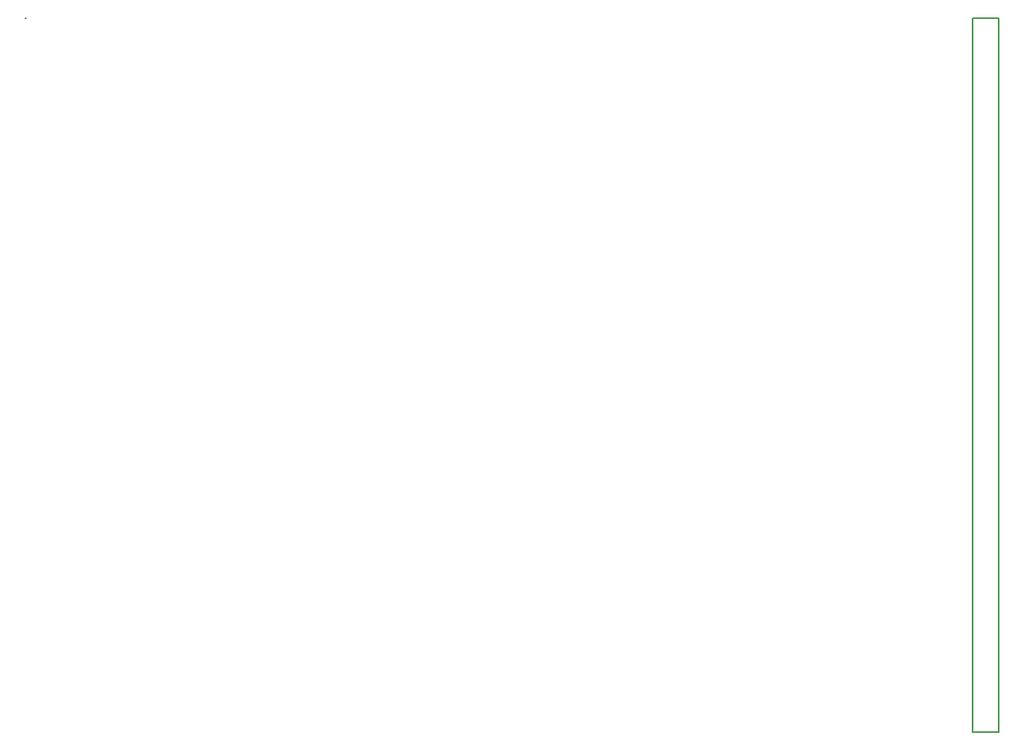
<source format=gbr>
G04 #@! TF.FileFunction,Profile,NP*
%FSLAX46Y46*%
G04 Gerber Fmt 4.6, Leading zero omitted, Abs format (unit mm)*
G04 Created by KiCad (PCBNEW 4.0.4-stable) date 01/29/18 12:07:19*
%MOMM*%
%LPD*%
G01*
G04 APERTURE LIST*
%ADD10C,0.100000*%
%ADD11C,0.150000*%
G04 APERTURE END LIST*
D10*
D11*
X114935000Y-13462000D02*
X114935000Y-90043000D01*
X117729000Y-90043000D02*
X117729000Y-13462000D01*
X114935000Y-90043000D02*
X117729000Y-90043000D01*
X114935000Y-13462000D02*
X117729000Y-13462000D01*
X13462000Y-13462000D02*
X13589000Y-13462000D01*
M02*

</source>
